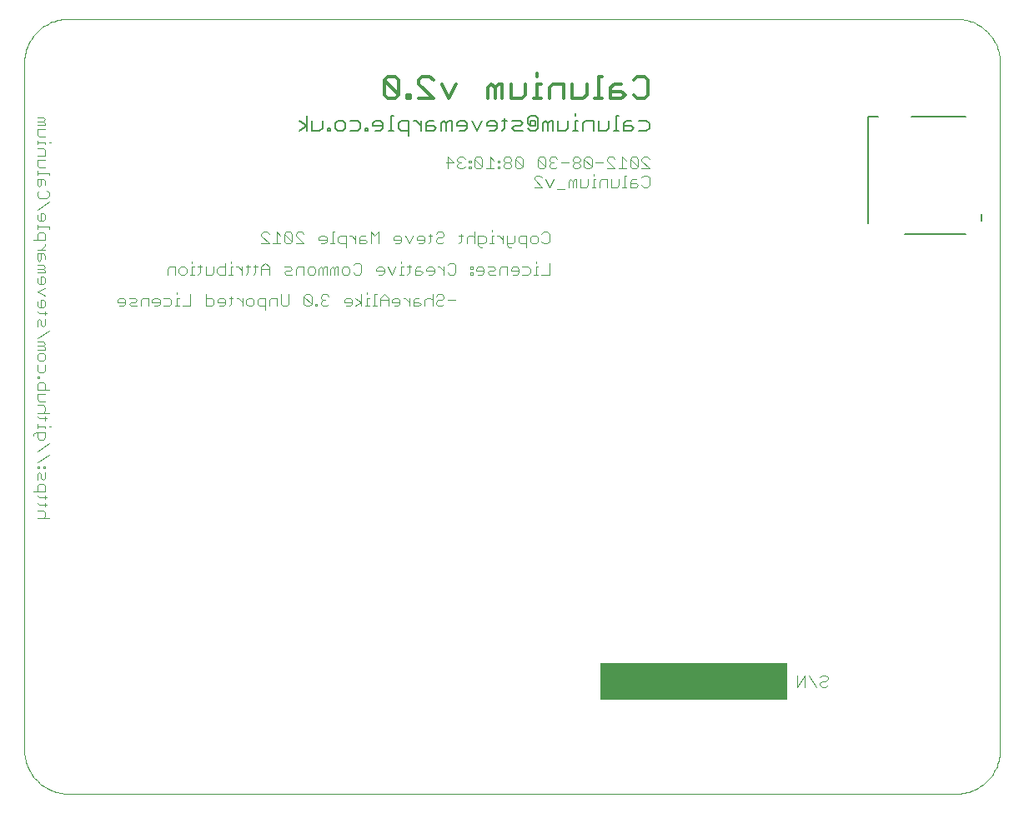
<source format=gbo>
G75*
G70*
%OFA0B0*%
%FSLAX24Y24*%
%IPPOS*%
%LPD*%
%AMOC8*
5,1,8,0,0,1.08239X$1,22.5*
%
%ADD10C,0.0000*%
%ADD11C,0.0040*%
%ADD12C,0.0120*%
%ADD13C,0.0050*%
%ADD14R,0.7500X0.1500*%
D10*
X002430Y001811D02*
X037930Y001811D01*
X038013Y001813D01*
X038096Y001819D01*
X038179Y001829D01*
X038261Y001843D01*
X038343Y001860D01*
X038423Y001882D01*
X038502Y001907D01*
X038580Y001936D01*
X038657Y001969D01*
X038732Y002006D01*
X038805Y002045D01*
X038876Y002089D01*
X038945Y002135D01*
X039012Y002185D01*
X039076Y002238D01*
X039138Y002294D01*
X039197Y002353D01*
X039253Y002415D01*
X039306Y002479D01*
X039356Y002546D01*
X039402Y002615D01*
X039446Y002686D01*
X039485Y002759D01*
X039522Y002834D01*
X039555Y002911D01*
X039584Y002989D01*
X039609Y003068D01*
X039631Y003148D01*
X039648Y003230D01*
X039662Y003312D01*
X039672Y003395D01*
X039678Y003478D01*
X039680Y003561D01*
X039680Y031061D01*
X039678Y031144D01*
X039672Y031227D01*
X039662Y031310D01*
X039648Y031392D01*
X039631Y031474D01*
X039609Y031554D01*
X039584Y031633D01*
X039555Y031711D01*
X039522Y031788D01*
X039485Y031863D01*
X039446Y031936D01*
X039402Y032007D01*
X039356Y032076D01*
X039306Y032143D01*
X039253Y032207D01*
X039197Y032269D01*
X039138Y032328D01*
X039076Y032384D01*
X039012Y032437D01*
X038945Y032487D01*
X038876Y032533D01*
X038805Y032577D01*
X038732Y032616D01*
X038657Y032653D01*
X038580Y032686D01*
X038502Y032715D01*
X038423Y032740D01*
X038343Y032762D01*
X038261Y032779D01*
X038179Y032793D01*
X038096Y032803D01*
X038013Y032809D01*
X037930Y032811D01*
X002430Y032811D01*
X002347Y032809D01*
X002264Y032803D01*
X002181Y032793D01*
X002099Y032779D01*
X002017Y032762D01*
X001937Y032740D01*
X001858Y032715D01*
X001780Y032686D01*
X001703Y032653D01*
X001628Y032616D01*
X001555Y032577D01*
X001484Y032533D01*
X001415Y032487D01*
X001348Y032437D01*
X001284Y032384D01*
X001222Y032328D01*
X001163Y032269D01*
X001107Y032207D01*
X001054Y032143D01*
X001004Y032076D01*
X000958Y032007D01*
X000914Y031936D01*
X000875Y031863D01*
X000838Y031788D01*
X000805Y031711D01*
X000776Y031633D01*
X000751Y031554D01*
X000729Y031474D01*
X000712Y031392D01*
X000698Y031310D01*
X000688Y031227D01*
X000682Y031144D01*
X000680Y031061D01*
X000680Y003561D01*
X000682Y003478D01*
X000688Y003395D01*
X000698Y003312D01*
X000712Y003230D01*
X000729Y003148D01*
X000751Y003068D01*
X000776Y002989D01*
X000805Y002911D01*
X000838Y002834D01*
X000875Y002759D01*
X000914Y002686D01*
X000958Y002615D01*
X001004Y002546D01*
X001054Y002479D01*
X001107Y002415D01*
X001163Y002353D01*
X001222Y002294D01*
X001284Y002238D01*
X001348Y002185D01*
X001415Y002135D01*
X001484Y002089D01*
X001555Y002045D01*
X001628Y002006D01*
X001703Y001969D01*
X001780Y001936D01*
X001858Y001907D01*
X001937Y001882D01*
X002017Y001860D01*
X002099Y001843D01*
X002181Y001829D01*
X002264Y001819D01*
X002347Y001813D01*
X002430Y001811D01*
D11*
X001660Y012831D02*
X001200Y012831D01*
X001430Y012831D02*
X001507Y012908D01*
X001507Y013061D01*
X001430Y013138D01*
X001200Y013138D01*
X001277Y013368D02*
X001200Y013445D01*
X001277Y013368D02*
X001584Y013368D01*
X001507Y013292D02*
X001507Y013445D01*
X001507Y013599D02*
X001507Y013752D01*
X001584Y013675D02*
X001277Y013675D01*
X001200Y013752D01*
X001200Y013906D02*
X001200Y014136D01*
X001277Y014212D01*
X001430Y014212D01*
X001507Y014136D01*
X001507Y013906D01*
X001047Y013906D01*
X001200Y014366D02*
X001200Y014596D01*
X001277Y014673D01*
X001353Y014596D01*
X001353Y014443D01*
X001430Y014366D01*
X001507Y014443D01*
X001507Y014673D01*
X001507Y014826D02*
X001430Y014826D01*
X001430Y014903D01*
X001507Y014903D01*
X001507Y014826D01*
X001277Y014826D02*
X001200Y014826D01*
X001200Y014903D01*
X001277Y014903D01*
X001277Y014826D01*
X001200Y015056D02*
X001660Y015363D01*
X001660Y015824D02*
X001200Y015517D01*
X001277Y015977D02*
X001200Y016054D01*
X001200Y016284D01*
X001123Y016284D02*
X001507Y016284D01*
X001507Y016054D01*
X001430Y015977D01*
X001277Y015977D01*
X001047Y016131D02*
X001047Y016207D01*
X001123Y016284D01*
X001200Y016438D02*
X001200Y016591D01*
X001200Y016514D02*
X001507Y016514D01*
X001507Y016438D01*
X001660Y016514D02*
X001737Y016514D01*
X001507Y016745D02*
X001507Y016898D01*
X001584Y016821D02*
X001277Y016821D01*
X001200Y016898D01*
X001200Y017052D02*
X001660Y017052D01*
X001507Y017128D02*
X001507Y017282D01*
X001430Y017358D01*
X001200Y017358D01*
X001277Y017512D02*
X001200Y017589D01*
X001200Y017819D01*
X001507Y017819D01*
X001507Y017972D02*
X001507Y018203D01*
X001430Y018279D01*
X001277Y018279D01*
X001200Y018203D01*
X001200Y017972D01*
X001660Y017972D01*
X001507Y017512D02*
X001277Y017512D01*
X001507Y017128D02*
X001430Y017052D01*
X001277Y018433D02*
X001200Y018433D01*
X001200Y018509D01*
X001277Y018509D01*
X001277Y018433D01*
X001277Y018663D02*
X001200Y018740D01*
X001200Y018970D01*
X001277Y019123D02*
X001200Y019200D01*
X001200Y019353D01*
X001277Y019430D01*
X001430Y019430D01*
X001507Y019353D01*
X001507Y019200D01*
X001430Y019123D01*
X001277Y019123D01*
X001507Y018970D02*
X001507Y018740D01*
X001430Y018663D01*
X001277Y018663D01*
X001200Y019584D02*
X001507Y019584D01*
X001507Y019660D01*
X001430Y019737D01*
X001507Y019814D01*
X001430Y019891D01*
X001200Y019891D01*
X001200Y020044D02*
X001660Y020351D01*
X001430Y020504D02*
X001507Y020581D01*
X001507Y020811D01*
X001507Y020965D02*
X001507Y021118D01*
X001584Y021042D02*
X001277Y021042D01*
X001200Y021118D01*
X001277Y021272D02*
X001200Y021349D01*
X001200Y021502D01*
X001353Y021579D02*
X001353Y021272D01*
X001277Y021272D02*
X001430Y021272D01*
X001507Y021349D01*
X001507Y021502D01*
X001430Y021579D01*
X001353Y021579D01*
X001507Y021732D02*
X001200Y021886D01*
X001507Y022039D01*
X001430Y022193D02*
X001507Y022269D01*
X001507Y022423D01*
X001430Y022499D01*
X001353Y022499D01*
X001353Y022193D01*
X001277Y022193D02*
X001430Y022193D01*
X001277Y022193D02*
X001200Y022269D01*
X001200Y022423D01*
X001200Y022653D02*
X001507Y022653D01*
X001507Y022730D01*
X001430Y022806D01*
X001507Y022883D01*
X001430Y022960D01*
X001200Y022960D01*
X001200Y022806D02*
X001430Y022806D01*
X001277Y023113D02*
X001200Y023190D01*
X001200Y023420D01*
X001430Y023420D01*
X001507Y023344D01*
X001507Y023190D01*
X001353Y023190D02*
X001353Y023420D01*
X001353Y023574D02*
X001507Y023727D01*
X001507Y023804D01*
X001507Y023957D02*
X001507Y024188D01*
X001430Y024264D01*
X001277Y024264D01*
X001200Y024188D01*
X001200Y023957D01*
X001047Y023957D02*
X001507Y023957D01*
X001507Y023574D02*
X001200Y023574D01*
X001353Y023190D02*
X001277Y023113D01*
X001200Y024418D02*
X001200Y024571D01*
X001200Y024495D02*
X001660Y024495D01*
X001660Y024418D01*
X001430Y024725D02*
X001507Y024801D01*
X001507Y024955D01*
X001430Y025032D01*
X001353Y025032D01*
X001353Y024725D01*
X001277Y024725D02*
X001430Y024725D01*
X001277Y024725D02*
X001200Y024801D01*
X001200Y024955D01*
X001200Y025185D02*
X001660Y025492D01*
X001584Y025646D02*
X001660Y025722D01*
X001660Y025876D01*
X001584Y025952D01*
X001507Y026183D02*
X001507Y026336D01*
X001430Y026413D01*
X001200Y026413D01*
X001200Y026183D01*
X001277Y026106D01*
X001353Y026183D01*
X001353Y026413D01*
X001200Y026566D02*
X001200Y026720D01*
X001200Y026643D02*
X001660Y026643D01*
X001660Y026566D01*
X001507Y026873D02*
X001277Y026873D01*
X001200Y026950D01*
X001200Y027180D01*
X001507Y027180D01*
X001507Y027334D02*
X001507Y027564D01*
X001430Y027641D01*
X001200Y027641D01*
X001200Y027794D02*
X001200Y027947D01*
X001200Y027871D02*
X001507Y027871D01*
X001507Y027794D01*
X001660Y027871D02*
X001737Y027871D01*
X001507Y028101D02*
X001277Y028101D01*
X001200Y028178D01*
X001200Y028408D01*
X001507Y028408D01*
X001507Y028561D02*
X001200Y028561D01*
X001200Y028715D02*
X001430Y028715D01*
X001507Y028792D01*
X001430Y028868D01*
X001200Y028868D01*
X001430Y028715D02*
X001507Y028638D01*
X001507Y028561D01*
X001507Y027334D02*
X001200Y027334D01*
X001277Y025952D02*
X001200Y025876D01*
X001200Y025722D01*
X001277Y025646D01*
X001584Y025646D01*
X004482Y021638D02*
X004405Y021561D01*
X004405Y021485D01*
X004712Y021485D01*
X004712Y021561D02*
X004635Y021638D01*
X004482Y021638D01*
X004712Y021561D02*
X004712Y021408D01*
X004635Y021331D01*
X004482Y021331D01*
X004866Y021408D02*
X004942Y021485D01*
X005096Y021485D01*
X005172Y021561D01*
X005096Y021638D01*
X004866Y021638D01*
X004866Y021408D02*
X004942Y021331D01*
X005172Y021331D01*
X005326Y021331D02*
X005326Y021561D01*
X005403Y021638D01*
X005633Y021638D01*
X005633Y021331D01*
X005786Y021485D02*
X006093Y021485D01*
X006093Y021561D02*
X006017Y021638D01*
X005863Y021638D01*
X005786Y021561D01*
X005786Y021485D01*
X005863Y021331D02*
X006017Y021331D01*
X006093Y021408D01*
X006093Y021561D01*
X006247Y021638D02*
X006477Y021638D01*
X006554Y021561D01*
X006554Y021408D01*
X006477Y021331D01*
X006247Y021331D01*
X006707Y021331D02*
X006861Y021331D01*
X006784Y021331D02*
X006784Y021638D01*
X006861Y021638D01*
X006784Y021792D02*
X006784Y021868D01*
X007321Y021792D02*
X007321Y021331D01*
X007014Y021331D01*
X007935Y021331D02*
X007935Y021792D01*
X007935Y021638D02*
X008165Y021638D01*
X008242Y021561D01*
X008242Y021408D01*
X008165Y021331D01*
X007935Y021331D01*
X008395Y021485D02*
X008702Y021485D01*
X008702Y021561D02*
X008625Y021638D01*
X008472Y021638D01*
X008395Y021561D01*
X008395Y021485D01*
X008472Y021331D02*
X008625Y021331D01*
X008702Y021408D01*
X008702Y021561D01*
X008856Y021638D02*
X009009Y021638D01*
X008932Y021715D02*
X008932Y021408D01*
X008856Y021331D01*
X009163Y021638D02*
X009239Y021638D01*
X009393Y021485D01*
X009393Y021638D02*
X009393Y021331D01*
X009546Y021408D02*
X009546Y021561D01*
X009623Y021638D01*
X009776Y021638D01*
X009853Y021561D01*
X009853Y021408D01*
X009776Y021331D01*
X009623Y021331D01*
X009546Y021408D01*
X010007Y021408D02*
X010007Y021561D01*
X010083Y021638D01*
X010314Y021638D01*
X010314Y021178D01*
X010314Y021331D02*
X010083Y021331D01*
X010007Y021408D01*
X010467Y021331D02*
X010467Y021561D01*
X010544Y021638D01*
X010774Y021638D01*
X010774Y021331D01*
X010927Y021408D02*
X010927Y021792D01*
X011234Y021792D02*
X011234Y021408D01*
X011158Y021331D01*
X011004Y021331D01*
X010927Y021408D01*
X011848Y021408D02*
X011925Y021331D01*
X012078Y021331D01*
X012155Y021408D01*
X011848Y021715D01*
X011848Y021408D01*
X011848Y021715D02*
X011925Y021792D01*
X012078Y021792D01*
X012155Y021715D01*
X012155Y021408D01*
X012309Y021408D02*
X012309Y021331D01*
X012385Y021331D01*
X012385Y021408D01*
X012309Y021408D01*
X012539Y021408D02*
X012539Y021485D01*
X012615Y021561D01*
X012692Y021561D01*
X012615Y021561D02*
X012539Y021638D01*
X012539Y021715D01*
X012615Y021792D01*
X012769Y021792D01*
X012846Y021715D01*
X012846Y021408D02*
X012769Y021331D01*
X012615Y021331D01*
X012539Y021408D01*
X013460Y021485D02*
X013766Y021485D01*
X013766Y021561D02*
X013690Y021638D01*
X013536Y021638D01*
X013460Y021561D01*
X013460Y021485D01*
X013536Y021331D02*
X013690Y021331D01*
X013766Y021408D01*
X013766Y021561D01*
X013920Y021638D02*
X014150Y021485D01*
X013920Y021331D01*
X014150Y021331D02*
X014150Y021792D01*
X014380Y021792D02*
X014380Y021868D01*
X014380Y021638D02*
X014380Y021331D01*
X014304Y021331D02*
X014457Y021331D01*
X014611Y021331D02*
X014764Y021331D01*
X014687Y021331D02*
X014687Y021792D01*
X014764Y021792D01*
X014917Y021638D02*
X014917Y021331D01*
X014917Y021561D02*
X015224Y021561D01*
X015224Y021638D02*
X015071Y021792D01*
X014917Y021638D01*
X015224Y021638D02*
X015224Y021331D01*
X015378Y021485D02*
X015685Y021485D01*
X015685Y021561D02*
X015608Y021638D01*
X015455Y021638D01*
X015378Y021561D01*
X015378Y021485D01*
X015455Y021331D02*
X015608Y021331D01*
X015685Y021408D01*
X015685Y021561D01*
X015838Y021638D02*
X015915Y021638D01*
X016068Y021485D01*
X016068Y021638D02*
X016068Y021331D01*
X016222Y021331D02*
X016222Y021561D01*
X016299Y021638D01*
X016452Y021638D01*
X016452Y021485D02*
X016222Y021485D01*
X016222Y021331D02*
X016452Y021331D01*
X016529Y021408D01*
X016452Y021485D01*
X016682Y021561D02*
X016682Y021331D01*
X016682Y021561D02*
X016759Y021638D01*
X016912Y021638D01*
X016989Y021561D01*
X017143Y021485D02*
X017143Y021408D01*
X017219Y021331D01*
X017373Y021331D01*
X017450Y021408D01*
X017373Y021561D02*
X017219Y021561D01*
X017143Y021485D01*
X016989Y021331D02*
X016989Y021792D01*
X017143Y021715D02*
X017219Y021792D01*
X017373Y021792D01*
X017450Y021715D01*
X017450Y021638D01*
X017373Y021561D01*
X017603Y021561D02*
X017910Y021561D01*
X017823Y022581D02*
X017670Y022581D01*
X017593Y022658D01*
X017440Y022735D02*
X017286Y022888D01*
X017210Y022888D01*
X017056Y022811D02*
X016979Y022888D01*
X016826Y022888D01*
X016749Y022811D01*
X016749Y022735D01*
X017056Y022735D01*
X017056Y022811D02*
X017056Y022658D01*
X016979Y022581D01*
X016826Y022581D01*
X016596Y022658D02*
X016519Y022735D01*
X016289Y022735D01*
X016289Y022811D02*
X016289Y022581D01*
X016519Y022581D01*
X016596Y022658D01*
X016519Y022888D02*
X016365Y022888D01*
X016289Y022811D01*
X016135Y022888D02*
X015982Y022888D01*
X016059Y022965D02*
X016059Y022658D01*
X015982Y022581D01*
X015828Y022581D02*
X015675Y022581D01*
X015752Y022581D02*
X015752Y022888D01*
X015828Y022888D01*
X015752Y023042D02*
X015752Y023118D01*
X015521Y022888D02*
X015368Y022581D01*
X015215Y022888D01*
X015061Y022811D02*
X014984Y022888D01*
X014831Y022888D01*
X014754Y022811D01*
X014754Y022735D01*
X015061Y022735D01*
X015061Y022811D02*
X015061Y022658D01*
X014984Y022581D01*
X014831Y022581D01*
X014140Y022658D02*
X014064Y022581D01*
X013910Y022581D01*
X013833Y022658D01*
X013680Y022658D02*
X013680Y022811D01*
X013603Y022888D01*
X013450Y022888D01*
X013373Y022811D01*
X013373Y022658D01*
X013450Y022581D01*
X013603Y022581D01*
X013680Y022658D01*
X013833Y022965D02*
X013910Y023042D01*
X014064Y023042D01*
X014140Y022965D01*
X014140Y022658D01*
X013219Y022581D02*
X013219Y022888D01*
X013143Y022888D01*
X013066Y022811D01*
X012989Y022888D01*
X012913Y022811D01*
X012913Y022581D01*
X013066Y022581D02*
X013066Y022811D01*
X012759Y022888D02*
X012759Y022581D01*
X012606Y022581D02*
X012606Y022811D01*
X012529Y022888D01*
X012452Y022811D01*
X012452Y022581D01*
X012299Y022658D02*
X012222Y022581D01*
X012068Y022581D01*
X011992Y022658D01*
X011992Y022811D01*
X012068Y022888D01*
X012222Y022888D01*
X012299Y022811D01*
X012299Y022658D01*
X012606Y022811D02*
X012682Y022888D01*
X012759Y022888D01*
X011838Y022888D02*
X011838Y022581D01*
X011531Y022581D02*
X011531Y022811D01*
X011608Y022888D01*
X011838Y022888D01*
X011378Y022811D02*
X011301Y022888D01*
X011071Y022888D01*
X011148Y022735D02*
X011301Y022735D01*
X011378Y022811D01*
X011378Y022581D02*
X011148Y022581D01*
X011071Y022658D01*
X011148Y022735D01*
X010457Y022811D02*
X010150Y022811D01*
X010150Y022888D02*
X010150Y022581D01*
X009920Y022658D02*
X009920Y022965D01*
X009997Y022888D02*
X009843Y022888D01*
X009690Y022888D02*
X009536Y022888D01*
X009613Y022965D02*
X009613Y022658D01*
X009536Y022581D01*
X009383Y022581D02*
X009383Y022888D01*
X009383Y022735D02*
X009229Y022888D01*
X009153Y022888D01*
X008999Y022888D02*
X008922Y022888D01*
X008922Y022581D01*
X008846Y022581D02*
X008999Y022581D01*
X008692Y022581D02*
X008692Y023042D01*
X008692Y022888D02*
X008462Y022888D01*
X008385Y022811D01*
X008385Y022658D01*
X008462Y022581D01*
X008692Y022581D01*
X008232Y022658D02*
X008232Y022888D01*
X008232Y022658D02*
X008155Y022581D01*
X007925Y022581D01*
X007925Y022888D01*
X007771Y022888D02*
X007618Y022888D01*
X007695Y022965D02*
X007695Y022658D01*
X007618Y022581D01*
X007465Y022581D02*
X007311Y022581D01*
X007388Y022581D02*
X007388Y022888D01*
X007465Y022888D01*
X007388Y023042D02*
X007388Y023118D01*
X007158Y022811D02*
X007158Y022658D01*
X007081Y022581D01*
X006927Y022581D01*
X006851Y022658D01*
X006851Y022811D01*
X006927Y022888D01*
X007081Y022888D01*
X007158Y022811D01*
X006697Y022888D02*
X006697Y022581D01*
X006390Y022581D02*
X006390Y022811D01*
X006467Y022888D01*
X006697Y022888D01*
X008922Y023042D02*
X008922Y023118D01*
X009843Y022581D02*
X009920Y022658D01*
X010150Y022888D02*
X010304Y023042D01*
X010457Y022888D01*
X010457Y022581D01*
X010457Y023831D02*
X010150Y024138D01*
X010150Y024215D01*
X010227Y024292D01*
X010380Y024292D01*
X010457Y024215D01*
X010764Y024292D02*
X010764Y023831D01*
X010611Y023831D02*
X010918Y023831D01*
X011071Y023908D02*
X011148Y023831D01*
X011301Y023831D01*
X011378Y023908D01*
X011071Y024215D01*
X011071Y023908D01*
X010918Y024138D02*
X010764Y024292D01*
X011071Y024215D02*
X011148Y024292D01*
X011301Y024292D01*
X011378Y024215D01*
X011378Y023908D01*
X011531Y023831D02*
X011838Y023831D01*
X011531Y024138D01*
X011531Y024215D01*
X011608Y024292D01*
X011762Y024292D01*
X011838Y024215D01*
X012452Y024061D02*
X012452Y023985D01*
X012759Y023985D01*
X012759Y024061D02*
X012682Y024138D01*
X012529Y024138D01*
X012452Y024061D01*
X012529Y023831D02*
X012682Y023831D01*
X012759Y023908D01*
X012759Y024061D01*
X012913Y023831D02*
X013066Y023831D01*
X012989Y023831D02*
X012989Y024292D01*
X013066Y024292D01*
X013296Y024138D02*
X013219Y024061D01*
X013219Y023908D01*
X013296Y023831D01*
X013526Y023831D01*
X013526Y023678D02*
X013526Y024138D01*
X013296Y024138D01*
X013680Y024138D02*
X013757Y024138D01*
X013910Y023985D01*
X013910Y024138D02*
X013910Y023831D01*
X014064Y023831D02*
X014294Y023831D01*
X014370Y023908D01*
X014294Y023985D01*
X014064Y023985D01*
X014064Y024061D02*
X014064Y023831D01*
X014064Y024061D02*
X014140Y024138D01*
X014294Y024138D01*
X014524Y024292D02*
X014524Y023831D01*
X014831Y023831D02*
X014831Y024292D01*
X014677Y024138D01*
X014524Y024292D01*
X015445Y024061D02*
X015445Y023985D01*
X015752Y023985D01*
X015752Y024061D02*
X015675Y024138D01*
X015521Y024138D01*
X015445Y024061D01*
X015521Y023831D02*
X015675Y023831D01*
X015752Y023908D01*
X015752Y024061D01*
X015905Y024138D02*
X016059Y023831D01*
X016212Y024138D01*
X016365Y024061D02*
X016442Y024138D01*
X016596Y024138D01*
X016672Y024061D01*
X016672Y023908D01*
X016596Y023831D01*
X016442Y023831D01*
X016365Y023985D02*
X016672Y023985D01*
X016826Y024138D02*
X016979Y024138D01*
X016903Y024215D02*
X016903Y023908D01*
X016826Y023831D01*
X017133Y023908D02*
X017210Y023831D01*
X017363Y023831D01*
X017440Y023908D01*
X017363Y024061D02*
X017440Y024138D01*
X017440Y024215D01*
X017363Y024292D01*
X017210Y024292D01*
X017133Y024215D01*
X017210Y024061D02*
X017133Y023985D01*
X017133Y023908D01*
X017210Y024061D02*
X017363Y024061D01*
X018054Y024138D02*
X018207Y024138D01*
X018130Y024215D02*
X018130Y023908D01*
X018054Y023831D01*
X018361Y023831D02*
X018361Y024061D01*
X018437Y024138D01*
X018591Y024138D01*
X018667Y024061D01*
X018821Y024138D02*
X018821Y023755D01*
X018898Y023678D01*
X018974Y023678D01*
X019051Y023831D02*
X018821Y023831D01*
X018667Y023831D02*
X018667Y024292D01*
X018821Y024138D02*
X019051Y024138D01*
X019128Y024061D01*
X019128Y023908D01*
X019051Y023831D01*
X019281Y023831D02*
X019435Y023831D01*
X019358Y023831D02*
X019358Y024138D01*
X019435Y024138D01*
X019588Y024138D02*
X019665Y024138D01*
X019818Y023985D01*
X019818Y024138D02*
X019818Y023831D01*
X019972Y023831D02*
X020202Y023831D01*
X020279Y023908D01*
X020279Y024138D01*
X020432Y024061D02*
X020509Y024138D01*
X020739Y024138D01*
X020739Y023678D01*
X020739Y023831D02*
X020509Y023831D01*
X020432Y023908D01*
X020432Y024061D01*
X020893Y024061D02*
X020969Y024138D01*
X021123Y024138D01*
X021200Y024061D01*
X021200Y023908D01*
X021123Y023831D01*
X020969Y023831D01*
X020893Y023908D01*
X020893Y024061D01*
X021353Y023908D02*
X021430Y023831D01*
X021583Y023831D01*
X021660Y023908D01*
X021660Y024215D01*
X021583Y024292D01*
X021430Y024292D01*
X021353Y024215D01*
X021123Y023118D02*
X021123Y023042D01*
X021123Y022888D02*
X021123Y022581D01*
X021200Y022581D02*
X021046Y022581D01*
X020893Y022658D02*
X020893Y022811D01*
X020816Y022888D01*
X020586Y022888D01*
X020432Y022811D02*
X020356Y022888D01*
X020202Y022888D01*
X020125Y022811D01*
X020125Y022735D01*
X020432Y022735D01*
X020432Y022811D02*
X020432Y022658D01*
X020356Y022581D01*
X020202Y022581D01*
X019972Y022581D02*
X019972Y022888D01*
X019742Y022888D01*
X019665Y022811D01*
X019665Y022581D01*
X019512Y022581D02*
X019281Y022581D01*
X019205Y022658D01*
X019281Y022735D01*
X019435Y022735D01*
X019512Y022811D01*
X019435Y022888D01*
X019205Y022888D01*
X019051Y022811D02*
X018974Y022888D01*
X018821Y022888D01*
X018744Y022811D01*
X018744Y022735D01*
X019051Y022735D01*
X019051Y022811D02*
X019051Y022658D01*
X018974Y022581D01*
X018821Y022581D01*
X018591Y022581D02*
X018591Y022658D01*
X018514Y022658D01*
X018514Y022581D01*
X018591Y022581D01*
X018591Y022811D02*
X018591Y022888D01*
X018514Y022888D01*
X018514Y022811D01*
X018591Y022811D01*
X017900Y022658D02*
X017823Y022581D01*
X017900Y022658D02*
X017900Y022965D01*
X017823Y023042D01*
X017670Y023042D01*
X017593Y022965D01*
X017440Y022888D02*
X017440Y022581D01*
X016365Y023985D02*
X016365Y024061D01*
X019358Y024292D02*
X019358Y024368D01*
X019972Y024138D02*
X019972Y023755D01*
X020049Y023678D01*
X020125Y023678D01*
X020586Y022581D02*
X020816Y022581D01*
X020893Y022658D01*
X021123Y022888D02*
X021200Y022888D01*
X021353Y022581D02*
X021660Y022581D01*
X021660Y023042D01*
X021977Y026005D02*
X022284Y026005D01*
X022437Y026081D02*
X022437Y026311D01*
X022514Y026388D01*
X022591Y026311D01*
X022591Y026081D01*
X022744Y026081D02*
X022744Y026388D01*
X022667Y026388D01*
X022591Y026311D01*
X022898Y026388D02*
X022898Y026081D01*
X023128Y026081D01*
X023205Y026158D01*
X023205Y026388D01*
X023435Y026388D02*
X023435Y026081D01*
X023512Y026081D02*
X023358Y026081D01*
X023665Y026081D02*
X023665Y026311D01*
X023742Y026388D01*
X023972Y026388D01*
X023972Y026081D01*
X024125Y026081D02*
X024125Y026388D01*
X024125Y026081D02*
X024356Y026081D01*
X024432Y026158D01*
X024432Y026388D01*
X024662Y026542D02*
X024662Y026081D01*
X024586Y026081D02*
X024739Y026081D01*
X024893Y026081D02*
X025123Y026081D01*
X025200Y026158D01*
X025123Y026235D01*
X024893Y026235D01*
X024893Y026311D02*
X024893Y026081D01*
X024893Y026311D02*
X024969Y026388D01*
X025123Y026388D01*
X025353Y026465D02*
X025430Y026542D01*
X025583Y026542D01*
X025660Y026465D01*
X025660Y026158D01*
X025583Y026081D01*
X025430Y026081D01*
X025353Y026158D01*
X024739Y026542D02*
X024662Y026542D01*
X024586Y026831D02*
X024586Y027292D01*
X024739Y027138D01*
X024893Y027215D02*
X025200Y026908D01*
X025123Y026831D01*
X024969Y026831D01*
X024893Y026908D01*
X024893Y027215D01*
X024969Y027292D01*
X025123Y027292D01*
X025200Y027215D01*
X025200Y026908D01*
X025353Y026831D02*
X025660Y026831D01*
X025353Y027138D01*
X025353Y027215D01*
X025430Y027292D01*
X025583Y027292D01*
X025660Y027215D01*
X024739Y026831D02*
X024432Y026831D01*
X024279Y026831D02*
X023972Y027138D01*
X023972Y027215D01*
X024049Y027292D01*
X024202Y027292D01*
X024279Y027215D01*
X024279Y026831D02*
X023972Y026831D01*
X023818Y027061D02*
X023512Y027061D01*
X023358Y026908D02*
X023051Y027215D01*
X023051Y026908D01*
X023128Y026831D01*
X023281Y026831D01*
X023358Y026908D01*
X023358Y027215D01*
X023281Y027292D01*
X023128Y027292D01*
X023051Y027215D01*
X022898Y027215D02*
X022898Y027138D01*
X022821Y027061D01*
X022667Y027061D01*
X022591Y026985D01*
X022591Y026908D01*
X022667Y026831D01*
X022821Y026831D01*
X022898Y026908D01*
X022898Y026985D01*
X022821Y027061D01*
X022667Y027061D02*
X022591Y027138D01*
X022591Y027215D01*
X022667Y027292D01*
X022821Y027292D01*
X022898Y027215D01*
X022437Y027061D02*
X022130Y027061D01*
X021977Y026908D02*
X021900Y026831D01*
X021747Y026831D01*
X021670Y026908D01*
X021670Y026985D01*
X021747Y027061D01*
X021823Y027061D01*
X021747Y027061D02*
X021670Y027138D01*
X021670Y027215D01*
X021747Y027292D01*
X021900Y027292D01*
X021977Y027215D01*
X021516Y027215D02*
X021516Y026908D01*
X021210Y027215D01*
X021210Y026908D01*
X021286Y026831D01*
X021440Y026831D01*
X021516Y026908D01*
X021516Y027215D02*
X021440Y027292D01*
X021286Y027292D01*
X021210Y027215D01*
X020596Y027215D02*
X020596Y026908D01*
X020289Y027215D01*
X020289Y026908D01*
X020365Y026831D01*
X020519Y026831D01*
X020596Y026908D01*
X020596Y027215D02*
X020519Y027292D01*
X020365Y027292D01*
X020289Y027215D01*
X020135Y027215D02*
X020135Y027138D01*
X020059Y027061D01*
X019905Y027061D01*
X019828Y026985D01*
X019828Y026908D01*
X019905Y026831D01*
X020059Y026831D01*
X020135Y026908D01*
X020135Y026985D01*
X020059Y027061D01*
X019905Y027061D02*
X019828Y027138D01*
X019828Y027215D01*
X019905Y027292D01*
X020059Y027292D01*
X020135Y027215D01*
X019675Y027138D02*
X019675Y027061D01*
X019598Y027061D01*
X019598Y027138D01*
X019675Y027138D01*
X019675Y026908D02*
X019675Y026831D01*
X019598Y026831D01*
X019598Y026908D01*
X019675Y026908D01*
X019445Y026831D02*
X019138Y026831D01*
X019291Y026831D02*
X019291Y027292D01*
X019445Y027138D01*
X018984Y027215D02*
X018984Y026908D01*
X018677Y027215D01*
X018677Y026908D01*
X018754Y026831D01*
X018908Y026831D01*
X018984Y026908D01*
X018984Y027215D02*
X018908Y027292D01*
X018754Y027292D01*
X018677Y027215D01*
X018524Y027138D02*
X018524Y027061D01*
X018447Y027061D01*
X018447Y027138D01*
X018524Y027138D01*
X018524Y026908D02*
X018524Y026831D01*
X018447Y026831D01*
X018447Y026908D01*
X018524Y026908D01*
X018294Y026908D02*
X018217Y026831D01*
X018064Y026831D01*
X017987Y026908D01*
X017987Y026985D01*
X018064Y027061D01*
X018140Y027061D01*
X018064Y027061D02*
X017987Y027138D01*
X017987Y027215D01*
X018064Y027292D01*
X018217Y027292D01*
X018294Y027215D01*
X017833Y027061D02*
X017526Y027061D01*
X017603Y026831D02*
X017603Y027292D01*
X017833Y027061D01*
X021056Y026465D02*
X021056Y026388D01*
X021363Y026081D01*
X021056Y026081D01*
X021516Y026388D02*
X021670Y026081D01*
X021823Y026388D01*
X021363Y026465D02*
X021286Y026542D01*
X021133Y026542D01*
X021056Y026465D01*
X023435Y026542D02*
X023435Y026618D01*
X023435Y026388D02*
X023512Y026388D01*
X014457Y021638D02*
X014380Y021638D01*
X010457Y023831D02*
X010150Y023831D01*
X001353Y020735D02*
X001353Y020581D01*
X001430Y020504D01*
X001200Y020504D02*
X001200Y020735D01*
X001277Y020811D01*
X001353Y020735D01*
X001430Y019737D02*
X001200Y019737D01*
X031563Y006542D02*
X031563Y006081D01*
X031870Y006542D01*
X031870Y006081D01*
X032331Y006081D02*
X032024Y006542D01*
X032484Y006465D02*
X032561Y006542D01*
X032714Y006542D01*
X032791Y006465D01*
X032791Y006388D01*
X032714Y006311D01*
X032561Y006311D01*
X032484Y006235D01*
X032484Y006158D01*
X032561Y006081D01*
X032714Y006081D01*
X032791Y006158D01*
D12*
X025473Y029621D02*
X025180Y029621D01*
X025033Y029768D01*
X024699Y029768D02*
X024552Y029915D01*
X024112Y029915D01*
X024112Y030062D02*
X024112Y029621D01*
X024552Y029621D01*
X024699Y029768D01*
X024552Y030208D02*
X024259Y030208D01*
X024112Y030062D01*
X023778Y029621D02*
X023485Y029621D01*
X023632Y029621D02*
X023632Y030502D01*
X023778Y030502D01*
X023165Y030208D02*
X023165Y029768D01*
X023018Y029621D01*
X022577Y029621D01*
X022577Y030208D01*
X022244Y030208D02*
X021803Y030208D01*
X021657Y030062D01*
X021657Y029621D01*
X021323Y029621D02*
X021029Y029621D01*
X021176Y029621D02*
X021176Y030208D01*
X021323Y030208D01*
X021176Y030502D02*
X021176Y030649D01*
X020709Y030208D02*
X020709Y029768D01*
X020562Y029621D01*
X020122Y029621D01*
X020122Y030208D01*
X019788Y030208D02*
X019642Y030208D01*
X019495Y030062D01*
X019348Y030208D01*
X019201Y030062D01*
X019201Y029621D01*
X019495Y029621D02*
X019495Y030062D01*
X019788Y030208D02*
X019788Y029621D01*
X017947Y030208D02*
X017653Y029621D01*
X017360Y030208D01*
X017026Y030355D02*
X016879Y030502D01*
X016586Y030502D01*
X016439Y030355D01*
X016439Y030208D01*
X017026Y029621D01*
X016439Y029621D01*
X016105Y029621D02*
X015958Y029621D01*
X015958Y029768D01*
X016105Y029768D01*
X016105Y029621D01*
X015645Y029768D02*
X015058Y030355D01*
X015058Y029768D01*
X015204Y029621D01*
X015498Y029621D01*
X015645Y029768D01*
X015645Y030355D01*
X015498Y030502D01*
X015204Y030502D01*
X015058Y030355D01*
X022244Y030208D02*
X022244Y029621D01*
X025033Y030355D02*
X025180Y030502D01*
X025473Y030502D01*
X025620Y030355D01*
X025620Y029768D01*
X025473Y029621D01*
D13*
X025553Y028743D02*
X025248Y028743D01*
X024946Y028743D02*
X024742Y028743D01*
X024640Y028642D01*
X024640Y028336D01*
X024946Y028336D01*
X025047Y028438D01*
X024946Y028540D01*
X024640Y028540D01*
X024440Y028336D02*
X024236Y028336D01*
X024338Y028336D02*
X024338Y028947D01*
X024440Y028947D01*
X024034Y028743D02*
X024034Y028438D01*
X023933Y028336D01*
X023627Y028336D01*
X023627Y028743D01*
X023427Y028743D02*
X023427Y028336D01*
X023427Y028743D02*
X023121Y028743D01*
X023020Y028642D01*
X023020Y028336D01*
X022819Y028336D02*
X022615Y028336D01*
X022717Y028336D02*
X022717Y028743D01*
X022819Y028743D01*
X022717Y028947D02*
X022717Y029049D01*
X022414Y028743D02*
X022414Y028438D01*
X022312Y028336D01*
X022007Y028336D01*
X022007Y028743D01*
X021806Y028743D02*
X021806Y028336D01*
X021603Y028336D02*
X021603Y028642D01*
X021501Y028743D01*
X021399Y028642D01*
X021399Y028336D01*
X021198Y028438D02*
X021198Y028845D01*
X021097Y028947D01*
X020893Y028947D01*
X020791Y028845D01*
X020791Y028642D01*
X020893Y028540D01*
X020893Y028743D01*
X021097Y028743D01*
X021097Y028540D01*
X020893Y028540D01*
X020791Y028438D02*
X020893Y028336D01*
X021097Y028336D01*
X021198Y028438D01*
X021603Y028642D02*
X021704Y028743D01*
X021806Y028743D01*
X020591Y028642D02*
X020489Y028743D01*
X020184Y028743D01*
X019983Y028743D02*
X019779Y028743D01*
X019881Y028845D02*
X019881Y028438D01*
X019779Y028336D01*
X019578Y028438D02*
X019578Y028642D01*
X019476Y028743D01*
X019273Y028743D01*
X019171Y028642D01*
X019171Y028540D01*
X019578Y028540D01*
X019578Y028438D02*
X019476Y028336D01*
X019273Y028336D01*
X018767Y028336D02*
X018970Y028743D01*
X018563Y028743D02*
X018767Y028336D01*
X018362Y028438D02*
X018362Y028642D01*
X018261Y028743D01*
X018057Y028743D01*
X017955Y028642D01*
X017955Y028540D01*
X018362Y028540D01*
X018362Y028438D02*
X018261Y028336D01*
X018057Y028336D01*
X017755Y028336D02*
X017755Y028743D01*
X017653Y028743D01*
X017551Y028642D01*
X017449Y028743D01*
X017348Y028642D01*
X017348Y028336D01*
X017551Y028336D02*
X017551Y028642D01*
X017147Y028438D02*
X017045Y028540D01*
X016740Y028540D01*
X016740Y028642D02*
X016740Y028336D01*
X017045Y028336D01*
X017147Y028438D01*
X017045Y028743D02*
X016842Y028743D01*
X016740Y028642D01*
X016539Y028743D02*
X016539Y028336D01*
X016539Y028540D02*
X016336Y028743D01*
X016234Y028743D01*
X016033Y028743D02*
X016033Y028133D01*
X016033Y028336D02*
X015728Y028336D01*
X015626Y028438D01*
X015626Y028642D01*
X015728Y028743D01*
X016033Y028743D01*
X015425Y028947D02*
X015323Y028947D01*
X015323Y028336D01*
X015222Y028336D02*
X015425Y028336D01*
X015020Y028438D02*
X015020Y028642D01*
X014918Y028743D01*
X014715Y028743D01*
X014613Y028642D01*
X014613Y028540D01*
X015020Y028540D01*
X015020Y028438D02*
X014918Y028336D01*
X014715Y028336D01*
X014412Y028336D02*
X014310Y028336D01*
X014310Y028438D01*
X014412Y028438D01*
X014412Y028336D01*
X014108Y028438D02*
X014108Y028642D01*
X014007Y028743D01*
X013701Y028743D01*
X013501Y028642D02*
X013501Y028438D01*
X013399Y028336D01*
X013195Y028336D01*
X013094Y028438D01*
X013094Y028642D01*
X013195Y028743D01*
X013399Y028743D01*
X013501Y028642D01*
X013701Y028336D02*
X014007Y028336D01*
X014108Y028438D01*
X012893Y028438D02*
X012791Y028438D01*
X012791Y028336D01*
X012893Y028336D01*
X012893Y028438D01*
X012589Y028438D02*
X012487Y028336D01*
X012182Y028336D01*
X012182Y028743D01*
X011981Y028540D02*
X011676Y028743D01*
X011981Y028540D02*
X011676Y028336D01*
X011981Y028336D02*
X011981Y028947D01*
X012589Y028743D02*
X012589Y028438D01*
X020184Y028438D02*
X020285Y028540D01*
X020489Y028540D01*
X020591Y028642D01*
X020591Y028336D02*
X020285Y028336D01*
X020184Y028438D01*
X025248Y028336D02*
X025553Y028336D01*
X025655Y028438D01*
X025655Y028642D01*
X025553Y028743D01*
X034414Y028892D02*
X034414Y024650D01*
X035871Y024187D02*
X038312Y024187D01*
X038922Y024729D02*
X038922Y025014D01*
X038312Y028892D02*
X036147Y028892D01*
X034808Y028892D02*
X034414Y028892D01*
D14*
X027430Y006311D03*
M02*

</source>
